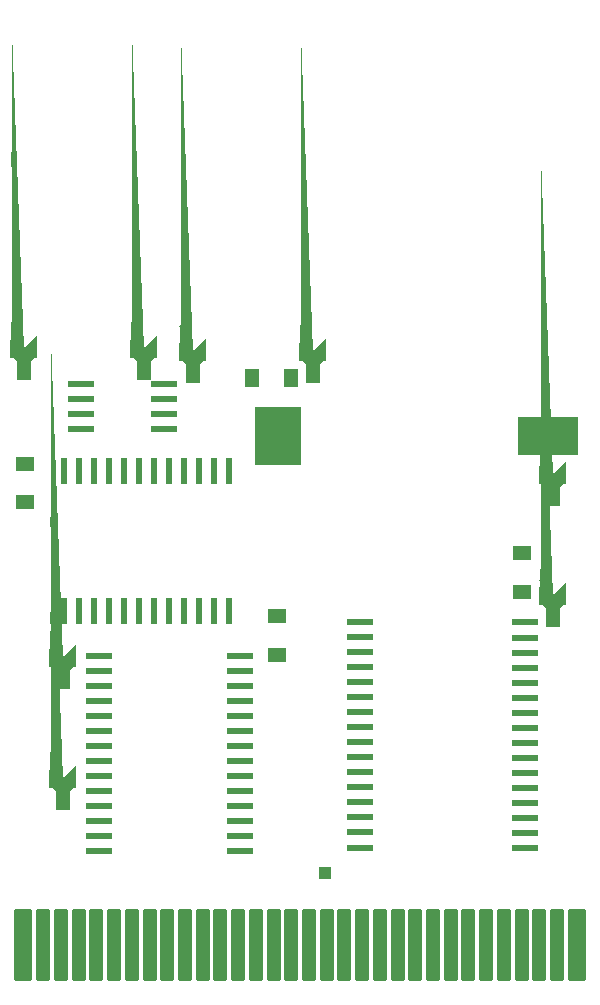
<source format=gts>
G04 #@! TF.GenerationSoftware,KiCad,Pcbnew,(6.0.9)*
G04 #@! TF.CreationDate,2023-01-08T00:32:06-05:00*
G04 #@! TF.ProjectId,DMG-DECN-02,444d472d-4445-4434-9e2d-30322e6b6963,rev?*
G04 #@! TF.SameCoordinates,Original*
G04 #@! TF.FileFunction,Soldermask,Top*
G04 #@! TF.FilePolarity,Negative*
%FSLAX46Y46*%
G04 Gerber Fmt 4.6, Leading zero omitted, Abs format (unit mm)*
G04 Created by KiCad (PCBNEW (6.0.9)) date 2023-01-08 00:32:06*
%MOMM*%
%LPD*%
G01*
G04 APERTURE LIST*
G04 Aperture macros list*
%AMRoundRect*
0 Rectangle with rounded corners*
0 $1 Rounding radius*
0 $2 $3 $4 $5 $6 $7 $8 $9 X,Y pos of 4 corners*
0 Add a 4 corners polygon primitive as box body*
4,1,4,$2,$3,$4,$5,$6,$7,$8,$9,$2,$3,0*
0 Add four circle primitives for the rounded corners*
1,1,$1+$1,$2,$3*
1,1,$1+$1,$4,$5*
1,1,$1+$1,$6,$7*
1,1,$1+$1,$8,$9*
0 Add four rect primitives between the rounded corners*
20,1,$1+$1,$2,$3,$4,$5,0*
20,1,$1+$1,$4,$5,$6,$7,0*
20,1,$1+$1,$6,$7,$8,$9,0*
20,1,$1+$1,$8,$9,$2,$3,0*%
%AMFreePoly0*
4,1,55,1.015063,1.095106,1.030902,1.095106,1.043716,1.085796,1.058779,1.080902,1.068089,1.068089,1.080902,1.058779,1.085796,1.043716,1.095106,1.030902,1.095106,1.015063,1.100000,1.000000,1.100000,0.762000,1.143000,0.762000,1.143000,-0.762000,0.879422,-0.762000,0.600000,-1.041422,0.600000,-2.500000,0.595106,-2.515063,0.595106,-2.530902,0.585796,-2.543716,0.580902,-2.558779,
0.568089,-2.568089,0.558779,-2.580902,0.543716,-2.585796,0.530902,-2.595106,0.515063,-2.595106,0.500000,-2.600000,-0.500000,-2.600000,-0.515063,-2.595106,-0.530902,-2.595106,-0.543716,-2.585796,-0.558779,-2.580902,-0.568089,-2.568089,-0.580902,-2.558779,-0.585796,-2.543716,-0.595106,-2.530902,-0.595106,-2.515063,-0.600000,-2.500000,-0.600000,-1.041422,-0.879422,-0.762000,-1.143000,-0.762000,
-1.143000,0.762000,-1.100000,0.762000,-1.100000,1.000000,-1.095106,1.015063,-1.095106,1.030902,-1.085796,1.043716,-1.080902,1.058779,-1.068089,1.068089,-1.058779,1.080902,-1.043716,1.085796,-1.030902,1.095106,-1.015063,1.095106,-1.000000,1.100000,1.000000,1.100000,1.015063,1.095106,1.015063,1.095106,$1*%
G04 Aperture macros list end*
%ADD10R,1.250000X1.500000*%
%ADD11R,2.200000X0.600000*%
%ADD12R,1.500000X1.250000*%
%ADD13RoundRect,0.050800X0.700000X3.000000X-0.700000X3.000000X-0.700000X-3.000000X0.700000X-3.000000X0*%
%ADD14RoundRect,0.050800X-0.500000X-3.000000X0.500000X-3.000000X0.500000X3.000000X-0.500000X3.000000X0*%
%ADD15RoundRect,0.050800X0.500000X3.000000X-0.500000X3.000000X-0.500000X-3.000000X0.500000X-3.000000X0*%
%ADD16R,4.000000X5.000000*%
%ADD17R,5.200000X3.200000*%
%ADD18R,1.000000X1.000000*%
%ADD19FreePoly0,90.000000*%
%ADD20FreePoly0,270.000000*%
%ADD21R,0.600000X2.200000*%
%ADD22FreePoly0,180.000000*%
%ADD23FreePoly0,0.000000*%
G04 APERTURE END LIST*
D10*
X148540000Y-76950000D03*
X145290000Y-76950000D03*
D11*
X132340000Y-100460000D03*
X132340000Y-101730000D03*
X132340000Y-103000000D03*
X132340000Y-104270000D03*
X132340000Y-105540000D03*
X132340000Y-106810000D03*
X132340000Y-108080000D03*
X132340000Y-109350000D03*
X132340000Y-110620000D03*
X132340000Y-111890000D03*
X132340000Y-113160000D03*
X132340000Y-114430000D03*
X132340000Y-115700000D03*
X132340000Y-116970000D03*
X144240000Y-116970000D03*
X144240000Y-115700000D03*
X144240000Y-114430000D03*
X144240000Y-113160000D03*
X144240000Y-111890000D03*
X144240000Y-110620000D03*
X144240000Y-109350000D03*
X144240000Y-108080000D03*
X144240000Y-106810000D03*
X144240000Y-105540000D03*
X144240000Y-104270000D03*
X144240000Y-103000000D03*
X144240000Y-101730000D03*
X144240000Y-100460000D03*
D12*
X168085000Y-91775000D03*
X168085000Y-95025000D03*
D13*
X125880000Y-124950000D03*
D14*
X127580000Y-124950000D03*
D15*
X129080000Y-124950000D03*
X130580000Y-124950000D03*
D14*
X132080000Y-124950000D03*
X133580000Y-124950000D03*
X135080000Y-124950000D03*
X136580000Y-124950000D03*
X138080000Y-124950000D03*
X139580000Y-124950000D03*
X141080000Y-124950000D03*
X142580000Y-124950000D03*
X144080000Y-124950000D03*
X145580000Y-124950000D03*
X147080000Y-124950000D03*
X148580000Y-124950000D03*
X150080000Y-124950000D03*
X151580000Y-124950000D03*
X153080000Y-124950000D03*
X154580000Y-124950000D03*
X156080000Y-124950000D03*
X157580000Y-124950000D03*
X159080000Y-124950000D03*
X160580000Y-124950000D03*
X162080000Y-124950000D03*
X163580000Y-124950000D03*
X165080000Y-124950000D03*
X166580000Y-124950000D03*
X168080000Y-124950000D03*
X169580000Y-124950000D03*
X171080000Y-124950000D03*
D13*
X172780000Y-124950000D03*
D16*
X147440000Y-81860000D03*
D17*
X170290000Y-81860000D03*
D12*
X147335000Y-97135000D03*
X147335000Y-100385000D03*
X126050000Y-84210000D03*
X126050000Y-87460000D03*
D18*
X151400000Y-118830000D03*
D19*
X125950000Y-74490000D03*
D20*
X136150000Y-74490000D03*
D11*
X154404000Y-97625000D03*
X154404000Y-98895000D03*
X154404000Y-100165000D03*
X154404000Y-101435000D03*
X154404000Y-102705000D03*
X154404000Y-103975000D03*
X154404000Y-105245000D03*
X154404000Y-106515000D03*
X154404000Y-107785000D03*
X154404000Y-109055000D03*
X154404000Y-110325000D03*
X154404000Y-111595000D03*
X154404000Y-112865000D03*
X154404000Y-114135000D03*
X154404000Y-115420000D03*
X154404000Y-116720000D03*
X168390000Y-116720000D03*
X168390000Y-115450000D03*
X168390000Y-114180000D03*
X168390000Y-112910000D03*
X168390000Y-111640000D03*
X168390000Y-110370000D03*
X168390000Y-109100000D03*
X168390000Y-107830000D03*
X168390000Y-106560000D03*
X168390000Y-105290000D03*
X168390000Y-104020000D03*
X168390000Y-102750000D03*
X168390000Y-101520000D03*
X168390000Y-100220000D03*
X168390000Y-98920000D03*
X168390000Y-97620000D03*
D21*
X129335000Y-96706000D03*
X130605000Y-96706000D03*
X131875000Y-96706000D03*
X133145000Y-96706000D03*
X134415000Y-96706000D03*
X135685000Y-96706000D03*
X136955000Y-96706000D03*
X138225000Y-96706000D03*
X139495000Y-96706000D03*
X140765000Y-96706000D03*
X142035000Y-96706000D03*
X143305000Y-96706000D03*
X143305000Y-84806000D03*
X142035000Y-84806000D03*
X140765000Y-84806000D03*
X139495000Y-84806000D03*
X138225000Y-84806000D03*
X136955000Y-84806000D03*
X135685000Y-84806000D03*
X134415000Y-84806000D03*
X133145000Y-84806000D03*
X131875000Y-84806000D03*
X130605000Y-84806000D03*
X129335000Y-84806000D03*
D22*
X170770000Y-95360000D03*
D23*
X170770000Y-85160000D03*
D19*
X140260000Y-74703500D03*
D20*
X150460000Y-74703500D03*
D11*
X130784000Y-77465000D03*
X130784000Y-78735000D03*
X130784000Y-80005000D03*
X130784000Y-81275000D03*
X137770000Y-81275000D03*
X137770000Y-80005000D03*
X137770000Y-78735000D03*
X137770000Y-77465000D03*
D22*
X129233500Y-110870000D03*
D23*
X129233500Y-100670000D03*
M02*

</source>
